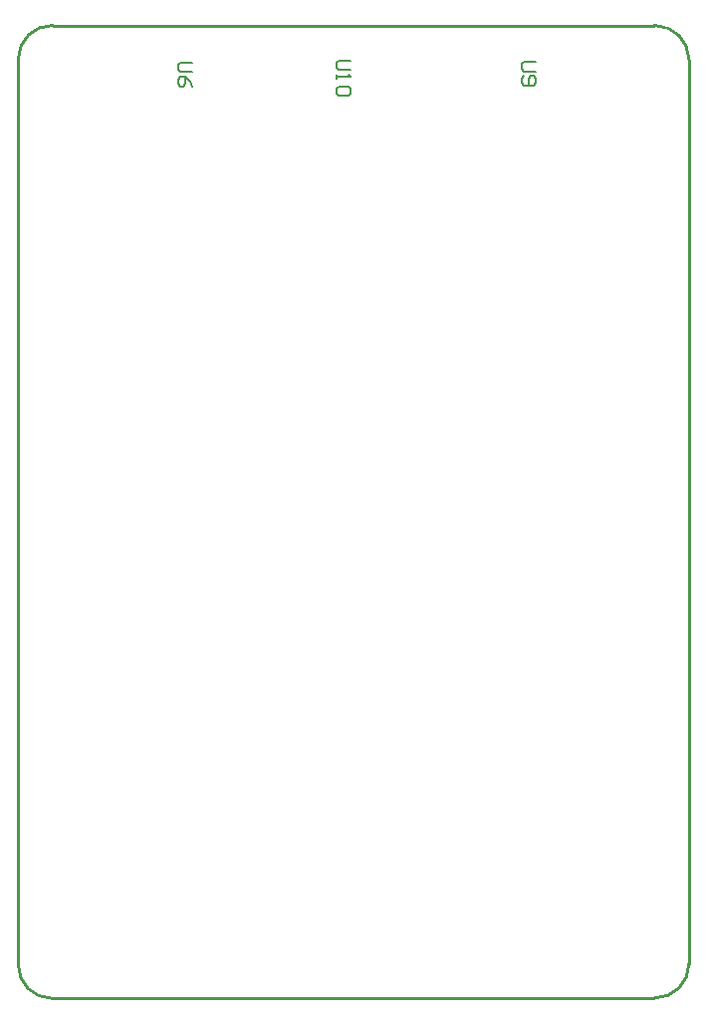
<source format=gm1>
G04*
G04 #@! TF.GenerationSoftware,Altium Limited,Altium Designer,20.1.14 (287)*
G04*
G04 Layer_Color=16711935*
%FSLAX25Y25*%
%MOIN*%
G70*
G04*
G04 #@! TF.SameCoordinates,C357774A-A1FF-41C0-A387-8AFBD113A784*
G04*
G04*
G04 #@! TF.FilePolarity,Positive*
G04*
G01*
G75*
%ADD16C,0.00591*%
%ADD101C,0.01000*%
D16*
X298223Y414807D02*
X294287D01*
X293500Y414020D01*
Y412446D01*
X294287Y411658D01*
X298223D01*
X294287Y410084D02*
X293500Y409297D01*
Y407723D01*
X294287Y406936D01*
X297436D01*
X298223Y407723D01*
Y409297D01*
X297436Y410084D01*
X296649D01*
X295861Y409297D01*
Y406936D01*
X183223Y414500D02*
X179287D01*
X178500Y413713D01*
Y412139D01*
X179287Y411351D01*
X183223D01*
Y406629D02*
X182436Y408203D01*
X180861Y409777D01*
X179287D01*
X178500Y408990D01*
Y407416D01*
X179287Y406629D01*
X180074D01*
X180861Y407416D01*
Y409777D01*
X236223Y415307D02*
X232287D01*
X231500Y414520D01*
Y412946D01*
X232287Y412158D01*
X236223D01*
X231500Y410584D02*
Y409010D01*
Y409797D01*
X236223D01*
X235436Y410584D01*
Y406648D02*
X236223Y405861D01*
Y404287D01*
X235436Y403500D01*
X232287D01*
X231500Y404287D01*
Y405861D01*
X232287Y406648D01*
X235436D01*
D101*
X338000Y101500D02*
G03*
X349500Y113000I0J11500D01*
G01*
Y415500D02*
G03*
X338000Y427000I-11500J0D01*
G01*
X136500Y427000D02*
G03*
X125000Y416000I-250J-11250D01*
G01*
X125000Y112500D02*
G03*
X136000Y101500I11000J0D01*
G01*
X136500Y427000D02*
X338000Y427000D01*
X125000Y416000D02*
X125000Y112500D01*
X136000Y101500D02*
X338000Y101500D01*
X349500Y113000D02*
X349500Y415500D01*
M02*

</source>
